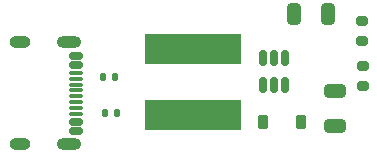
<source format=gbr>
%TF.GenerationSoftware,KiCad,Pcbnew,8.0.3*%
%TF.CreationDate,2024-08-23T16:47:22+02:00*%
%TF.ProjectId,BOOST_CONVERTER,424f4f53-545f-4434-9f4e-564552544552,1.0*%
%TF.SameCoordinates,Original*%
%TF.FileFunction,Paste,Top*%
%TF.FilePolarity,Positive*%
%FSLAX46Y46*%
G04 Gerber Fmt 4.6, Leading zero omitted, Abs format (unit mm)*
G04 Created by KiCad (PCBNEW 8.0.3) date 2024-08-23 16:47:22*
%MOMM*%
%LPD*%
G01*
G04 APERTURE LIST*
G04 Aperture macros list*
%AMRoundRect*
0 Rectangle with rounded corners*
0 $1 Rounding radius*
0 $2 $3 $4 $5 $6 $7 $8 $9 X,Y pos of 4 corners*
0 Add a 4 corners polygon primitive as box body*
4,1,4,$2,$3,$4,$5,$6,$7,$8,$9,$2,$3,0*
0 Add four circle primitives for the rounded corners*
1,1,$1+$1,$2,$3*
1,1,$1+$1,$4,$5*
1,1,$1+$1,$6,$7*
1,1,$1+$1,$8,$9*
0 Add four rect primitives between the rounded corners*
20,1,$1+$1,$2,$3,$4,$5,0*
20,1,$1+$1,$4,$5,$6,$7,0*
20,1,$1+$1,$6,$7,$8,$9,0*
20,1,$1+$1,$8,$9,$2,$3,0*%
G04 Aperture macros list end*
%ADD10RoundRect,0.135000X-0.135000X-0.185000X0.135000X-0.185000X0.135000X0.185000X-0.135000X0.185000X0*%
%ADD11O,1.800000X1.000000*%
%ADD12O,2.100000X1.000000*%
%ADD13RoundRect,0.150000X-0.425000X0.150000X-0.425000X-0.150000X0.425000X-0.150000X0.425000X0.150000X0*%
%ADD14RoundRect,0.075000X-0.500000X0.075000X-0.500000X-0.075000X0.500000X-0.075000X0.500000X0.075000X0*%
%ADD15RoundRect,0.225000X0.225000X0.375000X-0.225000X0.375000X-0.225000X-0.375000X0.225000X-0.375000X0*%
%ADD16RoundRect,0.200000X0.275000X-0.200000X0.275000X0.200000X-0.275000X0.200000X-0.275000X-0.200000X0*%
%ADD17R,8.200000X2.600000*%
%ADD18RoundRect,0.250000X0.650000X-0.325000X0.650000X0.325000X-0.650000X0.325000X-0.650000X-0.325000X0*%
%ADD19RoundRect,0.150000X0.150000X-0.512500X0.150000X0.512500X-0.150000X0.512500X-0.150000X-0.512500X0*%
%ADD20RoundRect,0.250000X-0.325000X-0.650000X0.325000X-0.650000X0.325000X0.650000X-0.325000X0.650000X0*%
G04 APERTURE END LIST*
D10*
%TO.C,R2*%
X99490000Y-84800000D03*
X100510000Y-84800000D03*
%TD*%
D11*
%TO.C,P1*%
X92435000Y-90520000D03*
D12*
X96615000Y-90520000D03*
D11*
X92435000Y-81880000D03*
D12*
X96615000Y-81880000D03*
D13*
X97190000Y-83000000D03*
X97190000Y-83800000D03*
D14*
X97190000Y-84450000D03*
X97190000Y-85450000D03*
X97190000Y-86950000D03*
X97190000Y-87950000D03*
D13*
X97190000Y-88600000D03*
X97190000Y-89400000D03*
X97190000Y-89400000D03*
X97190000Y-88600000D03*
D14*
X97190000Y-87450000D03*
X97190000Y-86450000D03*
X97190000Y-85950000D03*
X97190000Y-84950000D03*
D13*
X97190000Y-83800000D03*
X97190000Y-83000000D03*
%TD*%
D15*
%TO.C,D1*%
X116300000Y-88600000D03*
X113000000Y-88600000D03*
%TD*%
D16*
%TO.C,R3*%
X121500000Y-85550000D03*
X121500000Y-83900000D03*
%TD*%
D10*
%TO.C,R1*%
X99680000Y-87900000D03*
X100700000Y-87900000D03*
%TD*%
D17*
%TO.C,L1*%
X107100000Y-82400000D03*
X107100000Y-88000000D03*
%TD*%
D16*
%TO.C,R4*%
X121400000Y-81725000D03*
X121400000Y-80075000D03*
%TD*%
D18*
%TO.C,C2*%
X119160000Y-88935000D03*
X119160000Y-85985000D03*
%TD*%
D19*
%TO.C,U1*%
X113000000Y-85500000D03*
X113950000Y-85500000D03*
X114900000Y-85500000D03*
X114900000Y-83225000D03*
X113950000Y-83225000D03*
X113000000Y-83225000D03*
%TD*%
D20*
%TO.C,C1*%
X115625000Y-79500000D03*
X118575000Y-79500000D03*
%TD*%
M02*

</source>
